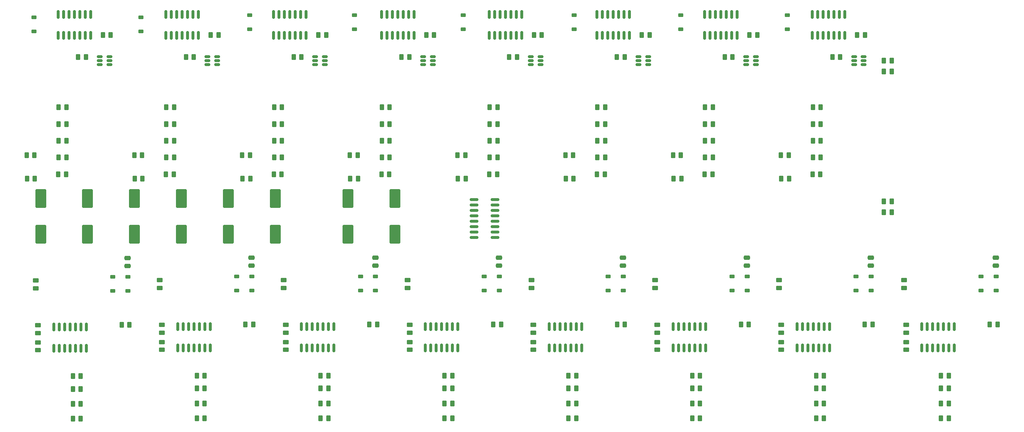
<source format=gbp>
G04 #@! TF.GenerationSoftware,KiCad,Pcbnew,9.0.3*
G04 #@! TF.CreationDate,2025-08-26T17:21:35-04:00*
G04 #@! TF.ProjectId,Oblique Palette 0.5.4 PCB Main,4f626c69-7175-4652-9050-616c65747465,0.5.5*
G04 #@! TF.SameCoordinates,Original*
G04 #@! TF.FileFunction,Paste,Bot*
G04 #@! TF.FilePolarity,Positive*
%FSLAX46Y46*%
G04 Gerber Fmt 4.6, Leading zero omitted, Abs format (unit mm)*
G04 Created by KiCad (PCBNEW 9.0.3) date 2025-08-26 17:21:35*
%MOMM*%
%LPD*%
G01*
G04 APERTURE LIST*
G04 Aperture macros list*
%AMRoundRect*
0 Rectangle with rounded corners*
0 $1 Rounding radius*
0 $2 $3 $4 $5 $6 $7 $8 $9 X,Y pos of 4 corners*
0 Add a 4 corners polygon primitive as box body*
4,1,4,$2,$3,$4,$5,$6,$7,$8,$9,$2,$3,0*
0 Add four circle primitives for the rounded corners*
1,1,$1+$1,$2,$3*
1,1,$1+$1,$4,$5*
1,1,$1+$1,$6,$7*
1,1,$1+$1,$8,$9*
0 Add four rect primitives between the rounded corners*
20,1,$1+$1,$2,$3,$4,$5,0*
20,1,$1+$1,$4,$5,$6,$7,0*
20,1,$1+$1,$6,$7,$8,$9,0*
20,1,$1+$1,$8,$9,$2,$3,0*%
G04 Aperture macros list end*
%ADD10RoundRect,0.250000X-0.262500X-0.450000X0.262500X-0.450000X0.262500X0.450000X-0.262500X0.450000X0*%
%ADD11RoundRect,0.250000X0.450000X-0.262500X0.450000X0.262500X-0.450000X0.262500X-0.450000X-0.262500X0*%
%ADD12RoundRect,0.250000X0.262500X0.450000X-0.262500X0.450000X-0.262500X-0.450000X0.262500X-0.450000X0*%
%ADD13RoundRect,0.225000X-0.375000X0.225000X-0.375000X-0.225000X0.375000X-0.225000X0.375000X0.225000X0*%
%ADD14RoundRect,0.150000X0.150000X-0.825000X0.150000X0.825000X-0.150000X0.825000X-0.150000X-0.825000X0*%
%ADD15RoundRect,0.250000X0.475000X-0.250000X0.475000X0.250000X-0.475000X0.250000X-0.475000X-0.250000X0*%
%ADD16RoundRect,0.150000X-0.825000X-0.150000X0.825000X-0.150000X0.825000X0.150000X-0.825000X0.150000X0*%
%ADD17RoundRect,0.150000X0.512500X0.150000X-0.512500X0.150000X-0.512500X-0.150000X0.512500X-0.150000X0*%
%ADD18RoundRect,0.225000X0.375000X-0.225000X0.375000X0.225000X-0.375000X0.225000X-0.375000X-0.225000X0*%
%ADD19RoundRect,0.250000X1.000000X-1.950000X1.000000X1.950000X-1.000000X1.950000X-1.000000X-1.950000X0*%
G04 APERTURE END LIST*
D10*
G04 #@! TO.C,R160*
X42509643Y-95944450D03*
X44334643Y-95944450D03*
G04 #@! TD*
D11*
G04 #@! TO.C,R8*
X22422143Y-87356950D03*
X22422143Y-85531950D03*
G04 #@! TD*
D10*
G04 #@! TO.C,R7*
X31097143Y-110944450D03*
X32922143Y-110944450D03*
G04 #@! TD*
G04 #@! TO.C,R5*
X31097143Y-114444450D03*
X32922143Y-114444450D03*
G04 #@! TD*
D11*
G04 #@! TO.C,R4*
X22922143Y-101856950D03*
X22922143Y-100031950D03*
G04 #@! TD*
D12*
G04 #@! TO.C,R68*
X32922143Y-107944450D03*
X31097143Y-107944450D03*
G04 #@! TD*
D11*
G04 #@! TO.C,R6*
X22922143Y-97856950D03*
X22922143Y-96031950D03*
G04 #@! TD*
D10*
G04 #@! TO.C,R3*
X31097143Y-117944450D03*
X32922143Y-117944450D03*
G04 #@! TD*
D12*
G04 #@! TO.C,R116*
X54819500Y-44882700D03*
X52994500Y-44882700D03*
G04 #@! TD*
D11*
G04 #@! TO.C,R22*
X80973857Y-97766950D03*
X80973857Y-95941950D03*
G04 #@! TD*
D10*
G04 #@! TO.C,R161*
X71535500Y-95854450D03*
X73360500Y-95854450D03*
G04 #@! TD*
G04 #@! TO.C,R31*
X118174714Y-110854450D03*
X119999714Y-110854450D03*
G04 #@! TD*
G04 #@! TO.C,R152*
X204407000Y-60597000D03*
X206232000Y-60597000D03*
G04 #@! TD*
D12*
G04 #@! TO.C,R101*
X207077286Y-107854450D03*
X205252286Y-107854450D03*
G04 #@! TD*
D10*
G04 #@! TO.C,R136*
X171744500Y-56097000D03*
X173569500Y-56097000D03*
G04 #@! TD*
G04 #@! TO.C,R97*
X78157000Y-60597000D03*
X79982000Y-60597000D03*
G04 #@! TD*
D12*
G04 #@! TO.C,R94*
X178051429Y-107854450D03*
X176226429Y-107854450D03*
G04 #@! TD*
D10*
G04 #@! TO.C,R114*
X121244500Y-56097000D03*
X123069500Y-56097000D03*
G04 #@! TD*
G04 #@! TO.C,R117*
X128744500Y-52739900D03*
X130569500Y-52739900D03*
G04 #@! TD*
D12*
G04 #@! TO.C,R123*
X80069500Y-44882700D03*
X78244500Y-44882700D03*
G04 #@! TD*
D10*
G04 #@! TO.C,R74*
X27744500Y-56668400D03*
X29569500Y-56668400D03*
G04 #@! TD*
D12*
G04 #@! TO.C,R79*
X90973857Y-107854450D03*
X89148857Y-107854450D03*
G04 #@! TD*
D10*
G04 #@! TO.C,R53*
X205252286Y-114354450D03*
X207077286Y-114354450D03*
G04 #@! TD*
D12*
G04 #@! TO.C,R1*
X222959500Y-33957000D03*
X221134500Y-33957000D03*
G04 #@! TD*
D10*
G04 #@! TO.C,R61*
X234528143Y-114354450D03*
X236353143Y-114354450D03*
G04 #@! TD*
D11*
G04 #@! TO.C,R52*
X197077286Y-101766950D03*
X197077286Y-99941950D03*
G04 #@! TD*
G04 #@! TO.C,R12*
X51948000Y-101766950D03*
X51948000Y-99941950D03*
G04 #@! TD*
D10*
G04 #@! TO.C,R27*
X118174714Y-117854450D03*
X119999714Y-117854450D03*
G04 #@! TD*
G04 #@! TO.C,R81*
X45494500Y-56097000D03*
X47319500Y-56097000D03*
G04 #@! TD*
D11*
G04 #@! TO.C,R16*
X51448000Y-87266950D03*
X51448000Y-85441950D03*
G04 #@! TD*
D12*
G04 #@! TO.C,R138*
X155819500Y-44882700D03*
X153994500Y-44882700D03*
G04 #@! TD*
D11*
G04 #@! TO.C,R30*
X109999714Y-97766950D03*
X109999714Y-95941950D03*
G04 #@! TD*
D10*
G04 #@! TO.C,R141*
X179157000Y-60597000D03*
X180982000Y-60597000D03*
G04 #@! TD*
G04 #@! TO.C,R73*
X27744500Y-52739900D03*
X29569500Y-52739900D03*
G04 #@! TD*
G04 #@! TO.C,R129*
X153994500Y-56668400D03*
X155819500Y-56668400D03*
G04 #@! TD*
D11*
G04 #@! TO.C,R46*
X168051429Y-97766950D03*
X168051429Y-95941950D03*
G04 #@! TD*
D10*
G04 #@! TO.C,R125*
X146494500Y-56097000D03*
X148319500Y-56097000D03*
G04 #@! TD*
G04 #@! TO.C,R147*
X196994500Y-56097000D03*
X198819500Y-56097000D03*
G04 #@! TD*
G04 #@! TO.C,R139*
X179244500Y-52739900D03*
X181069500Y-52739900D03*
G04 #@! TD*
G04 #@! TO.C,R11*
X60123000Y-117854450D03*
X61948000Y-117854450D03*
G04 #@! TD*
G04 #@! TO.C,R84*
X52994500Y-52739900D03*
X54819500Y-52739900D03*
G04 #@! TD*
G04 #@! TO.C,R21*
X89148857Y-114354450D03*
X90973857Y-114354450D03*
G04 #@! TD*
G04 #@! TO.C,R63*
X234528143Y-110854450D03*
X236353143Y-110854450D03*
G04 #@! TD*
G04 #@! TO.C,R2*
X221134500Y-36457000D03*
X222959500Y-36457000D03*
G04 #@! TD*
G04 #@! TO.C,R19*
X89148857Y-117854450D03*
X90973857Y-117854450D03*
G04 #@! TD*
G04 #@! TO.C,R168*
X209082000Y-33097000D03*
X210907000Y-33097000D03*
G04 #@! TD*
G04 #@! TO.C,R164*
X158613072Y-95854450D03*
X160438072Y-95854450D03*
G04 #@! TD*
G04 #@! TO.C,R45*
X176226429Y-114354450D03*
X178051429Y-114354450D03*
G04 #@! TD*
D11*
G04 #@! TO.C,R40*
X138525572Y-87266950D03*
X138525572Y-85441950D03*
G04 #@! TD*
G04 #@! TO.C,R62*
X226353143Y-97766950D03*
X226353143Y-95941950D03*
G04 #@! TD*
D10*
G04 #@! TO.C,R154*
X57582000Y-33097000D03*
X59407000Y-33097000D03*
G04 #@! TD*
G04 #@! TO.C,R153*
X32332000Y-33097000D03*
X34157000Y-33097000D03*
G04 #@! TD*
G04 #@! TO.C,R107*
X103494500Y-56668400D03*
X105319500Y-56668400D03*
G04 #@! TD*
G04 #@! TO.C,R140*
X179244500Y-56668400D03*
X181069500Y-56668400D03*
G04 #@! TD*
G04 #@! TO.C,R135*
X179244500Y-48811300D03*
X181069500Y-48811300D03*
G04 #@! TD*
D12*
G04 #@! TO.C,R93*
X72657000Y-61597000D03*
X70832000Y-61597000D03*
G04 #@! TD*
G04 #@! TO.C,R25*
X90459500Y-27957000D03*
X88634500Y-27957000D03*
G04 #@! TD*
D11*
G04 #@! TO.C,R38*
X139025572Y-97766950D03*
X139025572Y-95941950D03*
G04 #@! TD*
D10*
G04 #@! TO.C,R118*
X128744500Y-56668400D03*
X130569500Y-56668400D03*
G04 #@! TD*
D12*
G04 #@! TO.C,R34*
X166209500Y-27957000D03*
X164384500Y-27957000D03*
G04 #@! TD*
D10*
G04 #@! TO.C,R70*
X20244500Y-56097000D03*
X22069500Y-56097000D03*
G04 #@! TD*
D12*
G04 #@! TO.C,R149*
X206319500Y-44882700D03*
X204494500Y-44882700D03*
G04 #@! TD*
D11*
G04 #@! TO.C,R56*
X196577286Y-87266950D03*
X196577286Y-85441950D03*
G04 #@! TD*
D12*
G04 #@! TO.C,R145*
X181069500Y-44882700D03*
X179244500Y-44882700D03*
G04 #@! TD*
D10*
G04 #@! TO.C,R39*
X147200572Y-110854450D03*
X149025572Y-110854450D03*
G04 #@! TD*
G04 #@! TO.C,R157*
X133332000Y-33097000D03*
X135157000Y-33097000D03*
G04 #@! TD*
G04 #@! TO.C,R43*
X176226429Y-117854450D03*
X178051429Y-117854450D03*
G04 #@! TD*
D12*
G04 #@! TO.C,R148*
X198907000Y-61597000D03*
X197082000Y-61597000D03*
G04 #@! TD*
D10*
G04 #@! TO.C,R128*
X153994500Y-52739900D03*
X155819500Y-52739900D03*
G04 #@! TD*
D12*
G04 #@! TO.C,R41*
X191459500Y-27957000D03*
X189634500Y-27957000D03*
G04 #@! TD*
D10*
G04 #@! TO.C,R158*
X158582000Y-33097000D03*
X160407000Y-33097000D03*
G04 #@! TD*
G04 #@! TO.C,R95*
X78244500Y-52739900D03*
X80069500Y-52739900D03*
G04 #@! TD*
G04 #@! TO.C,R163*
X129587214Y-95854450D03*
X131412214Y-95854450D03*
G04 #@! TD*
D12*
G04 #@! TO.C,R90*
X149025572Y-107854450D03*
X147200572Y-107854450D03*
G04 #@! TD*
D10*
G04 #@! TO.C,R59*
X234528143Y-117854450D03*
X236353143Y-117854450D03*
G04 #@! TD*
D11*
G04 #@! TO.C,R20*
X80973857Y-101766950D03*
X80973857Y-99941950D03*
G04 #@! TD*
D10*
G04 #@! TO.C,R155*
X82832000Y-33097000D03*
X84657000Y-33097000D03*
G04 #@! TD*
G04 #@! TO.C,R124*
X153994500Y-48811300D03*
X155819500Y-48811300D03*
G04 #@! TD*
D12*
G04 #@! TO.C,R18*
X65209500Y-27957000D03*
X63384500Y-27957000D03*
G04 #@! TD*
D10*
G04 #@! TO.C,R80*
X52994500Y-48811300D03*
X54819500Y-48811300D03*
G04 #@! TD*
G04 #@! TO.C,R96*
X78244500Y-56668400D03*
X80069500Y-56668400D03*
G04 #@! TD*
D12*
G04 #@! TO.C,R26*
X115709500Y-27957000D03*
X113884500Y-27957000D03*
G04 #@! TD*
D10*
G04 #@! TO.C,R55*
X205252286Y-110854450D03*
X207077286Y-110854450D03*
G04 #@! TD*
G04 #@! TO.C,R75*
X27657000Y-60597000D03*
X29482000Y-60597000D03*
G04 #@! TD*
G04 #@! TO.C,R35*
X147200572Y-117854450D03*
X149025572Y-117854450D03*
G04 #@! TD*
G04 #@! TO.C,R165*
X187638929Y-95854450D03*
X189463929Y-95854450D03*
G04 #@! TD*
D11*
G04 #@! TO.C,R64*
X225853143Y-87266950D03*
X225853143Y-85441950D03*
G04 #@! TD*
D12*
G04 #@! TO.C,R83*
X119999714Y-107854450D03*
X118174714Y-107854450D03*
G04 #@! TD*
G04 #@! TO.C,R42*
X216709500Y-27957000D03*
X214884500Y-27957000D03*
G04 #@! TD*
D10*
G04 #@! TO.C,R85*
X52994500Y-56668400D03*
X54819500Y-56668400D03*
G04 #@! TD*
D11*
G04 #@! TO.C,R32*
X109499714Y-87266950D03*
X109499714Y-85441950D03*
G04 #@! TD*
G04 #@! TO.C,R54*
X197077286Y-97766950D03*
X197077286Y-95941950D03*
G04 #@! TD*
D10*
G04 #@! TO.C,R37*
X147200572Y-114354450D03*
X149025572Y-114354450D03*
G04 #@! TD*
G04 #@! TO.C,R69*
X27744500Y-48811300D03*
X29569500Y-48811300D03*
G04 #@! TD*
G04 #@! TO.C,R108*
X103407000Y-60597000D03*
X105232000Y-60597000D03*
G04 #@! TD*
D11*
G04 #@! TO.C,R28*
X109999714Y-101766950D03*
X109999714Y-99941950D03*
G04 #@! TD*
D10*
G04 #@! TO.C,R156*
X108082000Y-33097000D03*
X109907000Y-33097000D03*
G04 #@! TD*
G04 #@! TO.C,R150*
X204494500Y-52739900D03*
X206319500Y-52739900D03*
G04 #@! TD*
G04 #@! TO.C,R106*
X103494500Y-52739900D03*
X105319500Y-52739900D03*
G04 #@! TD*
G04 #@! TO.C,R15*
X60123000Y-110854450D03*
X61948000Y-110854450D03*
G04 #@! TD*
D12*
G04 #@! TO.C,R10*
X222959500Y-66957000D03*
X221134500Y-66957000D03*
G04 #@! TD*
G04 #@! TO.C,R127*
X105319500Y-44882700D03*
X103494500Y-44882700D03*
G04 #@! TD*
D10*
G04 #@! TO.C,R103*
X95994500Y-56097000D03*
X97819500Y-56097000D03*
G04 #@! TD*
D11*
G04 #@! TO.C,R36*
X139025572Y-101766950D03*
X139025572Y-99941950D03*
G04 #@! TD*
D12*
G04 #@! TO.C,R134*
X130569500Y-44882700D03*
X128744500Y-44882700D03*
G04 #@! TD*
D10*
G04 #@! TO.C,R146*
X204494500Y-48811300D03*
X206319500Y-48811300D03*
G04 #@! TD*
D12*
G04 #@! TO.C,R126*
X148407000Y-61597000D03*
X146582000Y-61597000D03*
G04 #@! TD*
D10*
G04 #@! TO.C,R23*
X89148857Y-110854450D03*
X90973857Y-110854450D03*
G04 #@! TD*
D11*
G04 #@! TO.C,R24*
X80473857Y-87266950D03*
X80473857Y-85441950D03*
G04 #@! TD*
D10*
G04 #@! TO.C,R86*
X52907000Y-60597000D03*
X54732000Y-60597000D03*
G04 #@! TD*
D12*
G04 #@! TO.C,R33*
X140959500Y-27957000D03*
X139134500Y-27957000D03*
G04 #@! TD*
D11*
G04 #@! TO.C,R60*
X226353143Y-101766950D03*
X226353143Y-99941950D03*
G04 #@! TD*
D10*
G04 #@! TO.C,R119*
X128657000Y-60597000D03*
X130482000Y-60597000D03*
G04 #@! TD*
D12*
G04 #@! TO.C,R17*
X39959500Y-27957000D03*
X38134500Y-27957000D03*
G04 #@! TD*
D10*
G04 #@! TO.C,R166*
X216664786Y-95854450D03*
X218489786Y-95854450D03*
G04 #@! TD*
G04 #@! TO.C,R159*
X183832000Y-33097000D03*
X185657000Y-33097000D03*
G04 #@! TD*
G04 #@! TO.C,R29*
X118174714Y-114354450D03*
X119999714Y-114354450D03*
G04 #@! TD*
D11*
G04 #@! TO.C,R44*
X168051429Y-101766950D03*
X168051429Y-99941950D03*
G04 #@! TD*
D10*
G04 #@! TO.C,R130*
X153907000Y-60597000D03*
X155732000Y-60597000D03*
G04 #@! TD*
D12*
G04 #@! TO.C,R137*
X173657000Y-61597000D03*
X171832000Y-61597000D03*
G04 #@! TD*
D10*
G04 #@! TO.C,R102*
X103494500Y-48811300D03*
X105319500Y-48811300D03*
G04 #@! TD*
D12*
G04 #@! TO.C,R72*
X61948000Y-107854450D03*
X60123000Y-107854450D03*
G04 #@! TD*
D10*
G04 #@! TO.C,R162*
X100561357Y-95854450D03*
X102386357Y-95854450D03*
G04 #@! TD*
D12*
G04 #@! TO.C,R105*
X236353143Y-107854450D03*
X234528143Y-107854450D03*
G04 #@! TD*
D11*
G04 #@! TO.C,R48*
X167551429Y-87266950D03*
X167551429Y-85441950D03*
G04 #@! TD*
D10*
G04 #@! TO.C,R13*
X60123000Y-114354450D03*
X61948000Y-114354450D03*
G04 #@! TD*
G04 #@! TO.C,R151*
X204494500Y-56668400D03*
X206319500Y-56668400D03*
G04 #@! TD*
G04 #@! TO.C,R113*
X128744500Y-48811300D03*
X130569500Y-48811300D03*
G04 #@! TD*
D12*
G04 #@! TO.C,R71*
X22157000Y-61597000D03*
X20332000Y-61597000D03*
G04 #@! TD*
G04 #@! TO.C,R112*
X29569500Y-44882700D03*
X27744500Y-44882700D03*
G04 #@! TD*
D10*
G04 #@! TO.C,R167*
X245940643Y-95854450D03*
X247765643Y-95854450D03*
G04 #@! TD*
D12*
G04 #@! TO.C,R115*
X123157000Y-61597000D03*
X121332000Y-61597000D03*
G04 #@! TD*
G04 #@! TO.C,R82*
X47407000Y-61597000D03*
X45582000Y-61597000D03*
G04 #@! TD*
D10*
G04 #@! TO.C,R91*
X78244500Y-48811300D03*
X80069500Y-48811300D03*
G04 #@! TD*
G04 #@! TO.C,R9*
X221134500Y-69457000D03*
X222959500Y-69457000D03*
G04 #@! TD*
D12*
G04 #@! TO.C,R104*
X97907000Y-61597000D03*
X96082000Y-61597000D03*
G04 #@! TD*
D10*
G04 #@! TO.C,R92*
X70744500Y-56097000D03*
X72569500Y-56097000D03*
G04 #@! TD*
D11*
G04 #@! TO.C,R14*
X51948000Y-97766950D03*
X51948000Y-95941950D03*
G04 #@! TD*
D10*
G04 #@! TO.C,R47*
X176226429Y-110854450D03*
X178051429Y-110854450D03*
G04 #@! TD*
G04 #@! TO.C,R51*
X205252286Y-117854450D03*
X207077286Y-117854450D03*
G04 #@! TD*
D13*
G04 #@! TO.C,D4*
X40422143Y-87944450D03*
X40422143Y-84644450D03*
G04 #@! TD*
G04 #@! TO.C,D5*
X43972143Y-87944450D03*
X43972143Y-84644450D03*
G04 #@! TD*
D14*
G04 #@! TO.C,U3*
X34232143Y-101394450D03*
X32962143Y-101394450D03*
X31692143Y-101394450D03*
X30422143Y-101394450D03*
X29152143Y-101394450D03*
X27882143Y-101394450D03*
X26612143Y-101394450D03*
X26612143Y-96444450D03*
X27882143Y-96444450D03*
X29152143Y-96444450D03*
X30422143Y-96444450D03*
X31692143Y-96444450D03*
X32962143Y-96444450D03*
X34232143Y-96444450D03*
G04 #@! TD*
D15*
G04 #@! TO.C,C9*
X43893143Y-80220150D03*
X43893143Y-82120150D03*
G04 #@! TD*
D16*
G04 #@! TO.C,U1*
X130022000Y-75402000D03*
X130022000Y-74132000D03*
X130022000Y-72862000D03*
X130022000Y-71592000D03*
X130022000Y-70322000D03*
X130022000Y-69052000D03*
X130022000Y-67782000D03*
X130022000Y-66512000D03*
X125072000Y-66512000D03*
X125072000Y-67782000D03*
X125072000Y-69052000D03*
X125072000Y-70322000D03*
X125072000Y-71592000D03*
X125072000Y-72862000D03*
X125072000Y-74132000D03*
X125072000Y-75402000D03*
G04 #@! TD*
D14*
G04 #@! TO.C,U4*
X63258000Y-96354450D03*
X61988000Y-96354450D03*
X60718000Y-96354450D03*
X59448000Y-96354450D03*
X58178000Y-96354450D03*
X56908000Y-96354450D03*
X55638000Y-96354450D03*
X55638000Y-101304450D03*
X56908000Y-101304450D03*
X58178000Y-101304450D03*
X59448000Y-101304450D03*
X60718000Y-101304450D03*
X61988000Y-101304450D03*
X63258000Y-101304450D03*
G04 #@! TD*
G04 #@! TO.C,U5*
X92283857Y-96354450D03*
X91013857Y-96354450D03*
X89743857Y-96354450D03*
X88473857Y-96354450D03*
X87203857Y-96354450D03*
X85933857Y-96354450D03*
X84663857Y-96354450D03*
X84663857Y-101304450D03*
X85933857Y-101304450D03*
X87203857Y-101304450D03*
X88473857Y-101304450D03*
X89743857Y-101304450D03*
X91013857Y-101304450D03*
X92283857Y-101304450D03*
G04 #@! TD*
G04 #@! TO.C,U6*
X121309714Y-96354450D03*
X120039714Y-96354450D03*
X118769714Y-96354450D03*
X117499714Y-96354450D03*
X116229714Y-96354450D03*
X114959714Y-96354450D03*
X113689714Y-96354450D03*
X113689714Y-101304450D03*
X114959714Y-101304450D03*
X116229714Y-101304450D03*
X117499714Y-101304450D03*
X118769714Y-101304450D03*
X120039714Y-101304450D03*
X121309714Y-101304450D03*
G04 #@! TD*
G04 #@! TO.C,U7*
X150335572Y-96354450D03*
X149065572Y-96354450D03*
X147795572Y-96354450D03*
X146525572Y-96354450D03*
X145255572Y-96354450D03*
X143985572Y-96354450D03*
X142715572Y-96354450D03*
X142715572Y-101304450D03*
X143985572Y-101304450D03*
X145255572Y-101304450D03*
X146525572Y-101304450D03*
X147795572Y-101304450D03*
X149065572Y-101304450D03*
X150335572Y-101304450D03*
G04 #@! TD*
G04 #@! TO.C,U8*
X179361429Y-96354450D03*
X178091429Y-96354450D03*
X176821429Y-96354450D03*
X175551429Y-96354450D03*
X174281429Y-96354450D03*
X173011429Y-96354450D03*
X171741429Y-96354450D03*
X171741429Y-101304450D03*
X173011429Y-101304450D03*
X174281429Y-101304450D03*
X175551429Y-101304450D03*
X176821429Y-101304450D03*
X178091429Y-101304450D03*
X179361429Y-101304450D03*
G04 #@! TD*
G04 #@! TO.C,U9*
X208387286Y-96354450D03*
X207117286Y-96354450D03*
X205847286Y-96354450D03*
X204577286Y-96354450D03*
X203307286Y-96354450D03*
X202037286Y-96354450D03*
X200767286Y-96354450D03*
X200767286Y-101304450D03*
X202037286Y-101304450D03*
X203307286Y-101304450D03*
X204577286Y-101304450D03*
X205847286Y-101304450D03*
X207117286Y-101304450D03*
X208387286Y-101304450D03*
G04 #@! TD*
G04 #@! TO.C,U10*
X237663143Y-96354450D03*
X236393143Y-96354450D03*
X235123143Y-96354450D03*
X233853143Y-96354450D03*
X232583143Y-96354450D03*
X231313143Y-96354450D03*
X230043143Y-96354450D03*
X230043143Y-101304450D03*
X231313143Y-101304450D03*
X232583143Y-101304450D03*
X233853143Y-101304450D03*
X235123143Y-101304450D03*
X236393143Y-101304450D03*
X237663143Y-101304450D03*
G04 #@! TD*
D17*
G04 #@! TO.C,U11*
X37382000Y-32997000D03*
X37382000Y-33947000D03*
X37382000Y-34897000D03*
X39657000Y-34897000D03*
X39657000Y-33947000D03*
X39657000Y-32997000D03*
G04 #@! TD*
D14*
G04 #@! TO.C,U12*
X35257000Y-23097000D03*
X33987000Y-23097000D03*
X32717000Y-23097000D03*
X31447000Y-23097000D03*
X30177000Y-23097000D03*
X28907000Y-23097000D03*
X27637000Y-23097000D03*
X27637000Y-28047000D03*
X28907000Y-28047000D03*
X30177000Y-28047000D03*
X31447000Y-28047000D03*
X32717000Y-28047000D03*
X33987000Y-28047000D03*
X35257000Y-28047000D03*
G04 #@! TD*
D17*
G04 #@! TO.C,U13*
X62632000Y-32997000D03*
X62632000Y-33947000D03*
X62632000Y-34897000D03*
X64907000Y-34897000D03*
X64907000Y-33947000D03*
X64907000Y-32997000D03*
G04 #@! TD*
D14*
G04 #@! TO.C,U14*
X60507000Y-23097000D03*
X59237000Y-23097000D03*
X57967000Y-23097000D03*
X56697000Y-23097000D03*
X55427000Y-23097000D03*
X54157000Y-23097000D03*
X52887000Y-23097000D03*
X52887000Y-28047000D03*
X54157000Y-28047000D03*
X55427000Y-28047000D03*
X56697000Y-28047000D03*
X57967000Y-28047000D03*
X59237000Y-28047000D03*
X60507000Y-28047000D03*
G04 #@! TD*
D17*
G04 #@! TO.C,U15*
X87882000Y-32997000D03*
X87882000Y-33947000D03*
X87882000Y-34897000D03*
X90157000Y-34897000D03*
X90157000Y-33947000D03*
X90157000Y-32997000D03*
G04 #@! TD*
D14*
G04 #@! TO.C,U16*
X85757000Y-23097000D03*
X84487000Y-23097000D03*
X83217000Y-23097000D03*
X81947000Y-23097000D03*
X80677000Y-23097000D03*
X79407000Y-23097000D03*
X78137000Y-23097000D03*
X78137000Y-28047000D03*
X79407000Y-28047000D03*
X80677000Y-28047000D03*
X81947000Y-28047000D03*
X83217000Y-28047000D03*
X84487000Y-28047000D03*
X85757000Y-28047000D03*
G04 #@! TD*
D17*
G04 #@! TO.C,U17*
X113132000Y-32997000D03*
X113132000Y-33947000D03*
X113132000Y-34897000D03*
X115407000Y-34897000D03*
X115407000Y-33947000D03*
X115407000Y-32997000D03*
G04 #@! TD*
D14*
G04 #@! TO.C,U18*
X111007000Y-23097000D03*
X109737000Y-23097000D03*
X108467000Y-23097000D03*
X107197000Y-23097000D03*
X105927000Y-23097000D03*
X104657000Y-23097000D03*
X103387000Y-23097000D03*
X103387000Y-28047000D03*
X104657000Y-28047000D03*
X105927000Y-28047000D03*
X107197000Y-28047000D03*
X108467000Y-28047000D03*
X109737000Y-28047000D03*
X111007000Y-28047000D03*
G04 #@! TD*
D17*
G04 #@! TO.C,U19*
X138382000Y-32997000D03*
X138382000Y-33947000D03*
X138382000Y-34897000D03*
X140657000Y-34897000D03*
X140657000Y-33947000D03*
X140657000Y-32997000D03*
G04 #@! TD*
D14*
G04 #@! TO.C,U20*
X136257000Y-23097000D03*
X134987000Y-23097000D03*
X133717000Y-23097000D03*
X132447000Y-23097000D03*
X131177000Y-23097000D03*
X129907000Y-23097000D03*
X128637000Y-23097000D03*
X128637000Y-28047000D03*
X129907000Y-28047000D03*
X131177000Y-28047000D03*
X132447000Y-28047000D03*
X133717000Y-28047000D03*
X134987000Y-28047000D03*
X136257000Y-28047000D03*
G04 #@! TD*
D17*
G04 #@! TO.C,U21*
X163632000Y-32997000D03*
X163632000Y-33947000D03*
X163632000Y-34897000D03*
X165907000Y-34897000D03*
X165907000Y-33947000D03*
X165907000Y-32997000D03*
G04 #@! TD*
D14*
G04 #@! TO.C,U22*
X161507000Y-23097000D03*
X160237000Y-23097000D03*
X158967000Y-23097000D03*
X157697000Y-23097000D03*
X156427000Y-23097000D03*
X155157000Y-23097000D03*
X153887000Y-23097000D03*
X153887000Y-28047000D03*
X155157000Y-28047000D03*
X156427000Y-28047000D03*
X157697000Y-28047000D03*
X158967000Y-28047000D03*
X160237000Y-28047000D03*
X161507000Y-28047000D03*
G04 #@! TD*
D17*
G04 #@! TO.C,U23*
X188882000Y-32997000D03*
X188882000Y-33947000D03*
X188882000Y-34897000D03*
X191157000Y-34897000D03*
X191157000Y-33947000D03*
X191157000Y-32997000D03*
G04 #@! TD*
D14*
G04 #@! TO.C,U24*
X186757000Y-23097000D03*
X185487000Y-23097000D03*
X184217000Y-23097000D03*
X182947000Y-23097000D03*
X181677000Y-23097000D03*
X180407000Y-23097000D03*
X179137000Y-23097000D03*
X179137000Y-28047000D03*
X180407000Y-28047000D03*
X181677000Y-28047000D03*
X182947000Y-28047000D03*
X184217000Y-28047000D03*
X185487000Y-28047000D03*
X186757000Y-28047000D03*
G04 #@! TD*
D17*
G04 #@! TO.C,U25*
X214132000Y-32997000D03*
X214132000Y-33947000D03*
X214132000Y-34897000D03*
X216407000Y-34897000D03*
X216407000Y-33947000D03*
X216407000Y-32997000D03*
G04 #@! TD*
D14*
G04 #@! TO.C,U26*
X212007000Y-23097000D03*
X210737000Y-23097000D03*
X209467000Y-23097000D03*
X208197000Y-23097000D03*
X206927000Y-23097000D03*
X205657000Y-23097000D03*
X204387000Y-23097000D03*
X204387000Y-28047000D03*
X205657000Y-28047000D03*
X206927000Y-28047000D03*
X208197000Y-28047000D03*
X209467000Y-28047000D03*
X210737000Y-28047000D03*
X212007000Y-28047000D03*
G04 #@! TD*
D18*
G04 #@! TO.C,D1*
X22000000Y-27060000D03*
X22000000Y-23760000D03*
G04 #@! TD*
G04 #@! TO.C,D53*
X47047000Y-27107000D03*
X47047000Y-23807000D03*
G04 #@! TD*
G04 #@! TO.C,D57*
X72547000Y-26607000D03*
X72547000Y-23307000D03*
G04 #@! TD*
D13*
G04 #@! TO.C,D41*
X218127286Y-84554450D03*
X218127286Y-87854450D03*
G04 #@! TD*
D18*
G04 #@! TO.C,D69*
X122547000Y-26560000D03*
X122547000Y-23260000D03*
G04 #@! TD*
D13*
G04 #@! TO.C,D29*
X160075572Y-84554450D03*
X160075572Y-87854450D03*
G04 #@! TD*
D18*
G04 #@! TO.C,D61*
X97047000Y-26560000D03*
X97047000Y-23260000D03*
G04 #@! TD*
D15*
G04 #@! TO.C,C14*
X189022429Y-82030150D03*
X189022429Y-80130150D03*
G04 #@! TD*
G04 #@! TO.C,C16*
X247324143Y-82030150D03*
X247324143Y-80130150D03*
G04 #@! TD*
D13*
G04 #@! TO.C,D46*
X243853143Y-84554450D03*
X243853143Y-87854450D03*
G04 #@! TD*
G04 #@! TO.C,D47*
X247403143Y-84554450D03*
X247403143Y-87854450D03*
G04 #@! TD*
D18*
G04 #@! TO.C,D77*
X198547000Y-26560000D03*
X198547000Y-23260000D03*
G04 #@! TD*
G04 #@! TO.C,D65*
X148547000Y-26560000D03*
X148547000Y-23260000D03*
G04 #@! TD*
D13*
G04 #@! TO.C,D10*
X69448000Y-84554450D03*
X69448000Y-87854450D03*
G04 #@! TD*
G04 #@! TO.C,D28*
X156525572Y-84554450D03*
X156525572Y-87854450D03*
G04 #@! TD*
D15*
G04 #@! TO.C,C12*
X130970714Y-82030150D03*
X130970714Y-80130150D03*
G04 #@! TD*
D13*
G04 #@! TO.C,D35*
X189101429Y-84554450D03*
X189101429Y-87854450D03*
G04 #@! TD*
D15*
G04 #@! TO.C,C15*
X218048286Y-82030150D03*
X218048286Y-80130150D03*
G04 #@! TD*
D13*
G04 #@! TO.C,D16*
X98473857Y-84554450D03*
X98473857Y-87854450D03*
G04 #@! TD*
D15*
G04 #@! TO.C,C10*
X72919000Y-82030150D03*
X72919000Y-80130150D03*
G04 #@! TD*
G04 #@! TO.C,C11*
X101944857Y-82030150D03*
X101944857Y-80130150D03*
G04 #@! TD*
D18*
G04 #@! TO.C,D73*
X173547000Y-26560000D03*
X173547000Y-23260000D03*
G04 #@! TD*
D15*
G04 #@! TO.C,C13*
X159996572Y-82030150D03*
X159996572Y-80130150D03*
G04 #@! TD*
D13*
G04 #@! TO.C,D23*
X131049714Y-84554450D03*
X131049714Y-87854450D03*
G04 #@! TD*
G04 #@! TO.C,D17*
X102023857Y-84554450D03*
X102023857Y-87854450D03*
G04 #@! TD*
G04 #@! TO.C,D22*
X127499714Y-84554450D03*
X127499714Y-87854450D03*
G04 #@! TD*
G04 #@! TO.C,D34*
X185551429Y-84554450D03*
X185551429Y-87854450D03*
G04 #@! TD*
G04 #@! TO.C,D11*
X72998000Y-84554450D03*
X72998000Y-87854450D03*
G04 #@! TD*
G04 #@! TO.C,D40*
X214577286Y-84554450D03*
X214577286Y-87854450D03*
G04 #@! TD*
D19*
G04 #@! TO.C,C24*
X23547000Y-74657000D03*
X23547000Y-66257000D03*
G04 #@! TD*
G04 #@! TO.C,C23*
X34547000Y-74657000D03*
X34547000Y-66257000D03*
G04 #@! TD*
G04 #@! TO.C,C22*
X45547000Y-74657000D03*
X45547000Y-66257000D03*
G04 #@! TD*
G04 #@! TO.C,C21*
X56547000Y-74657000D03*
X56547000Y-66257000D03*
G04 #@! TD*
G04 #@! TO.C,C20*
X67547000Y-74657000D03*
X67547000Y-66257000D03*
G04 #@! TD*
G04 #@! TO.C,C19*
X78547000Y-74657000D03*
X78547000Y-66257000D03*
G04 #@! TD*
G04 #@! TO.C,C18*
X95547000Y-74657000D03*
X95547000Y-66257000D03*
G04 #@! TD*
G04 #@! TO.C,C1*
X106547000Y-74657000D03*
X106547000Y-66257000D03*
G04 #@! TD*
M02*

</source>
